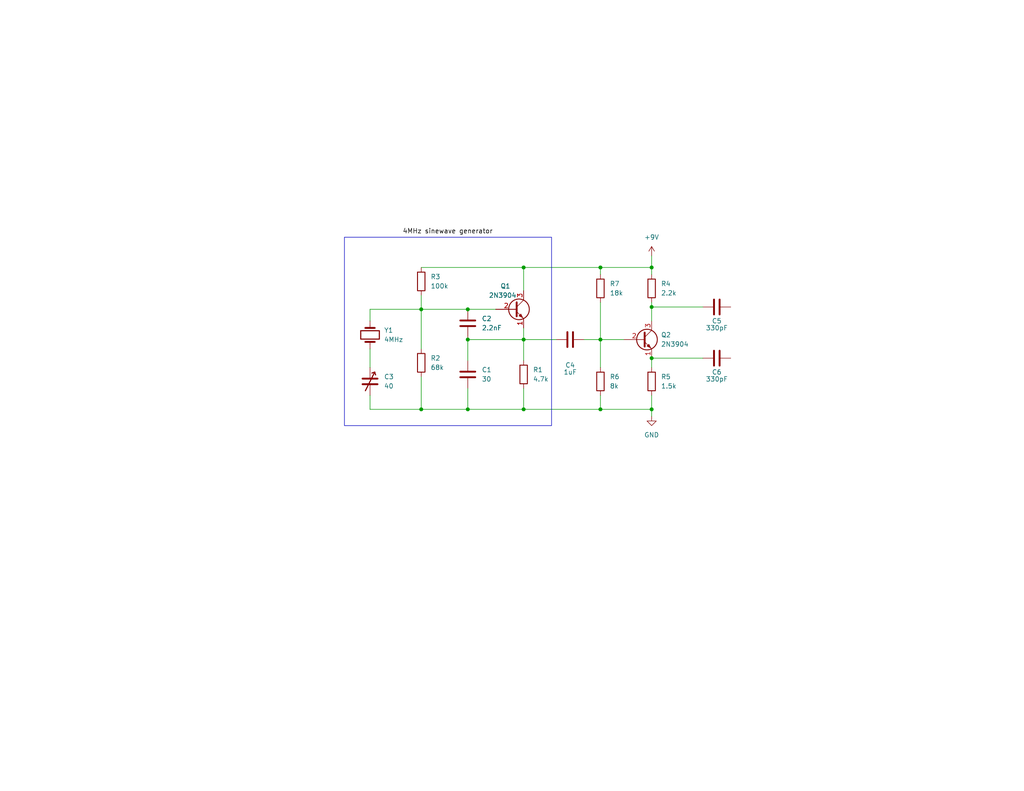
<source format=kicad_sch>
(kicad_sch (version 20230121) (generator eeschema)
  (paper "USLetter")
  (lib_symbols
    (symbol "Device:C" (pin_numbers hide) (pin_names (offset 0.254))
      (property "Reference" "C" (at 0.635 2.54 0))
      (property "Value" "C" (at 0.635 -2.54 0))
      (symbol "C_0_1"
        (polyline (pts (xy -2.032 -0.762) (xy 2.032 -0.762)) (stroke (width 0.508)))
        (polyline (pts (xy -2.032 0.762) (xy 2.032 0.762)) (stroke (width 0.508)))
      )
      (symbol "C_1_1"
        (pin passive line (at 0 3.81 270) (length 2.794) (name "~") (number "1"))
        (pin passive line (at 0 -3.81 90) (length 2.794) (name "~") (number "2"))
      )
    )
    (symbol "Device:C_Variable" (pin_numbers hide) (pin_names (offset 0.254) hide)
      (property "Reference" "C" (at 0.635 -1.905 0))
      (property "Value" "C_Variable" (at 0.635 -3.81 0))
      (symbol "C_Variable_0_1"
        (polyline (pts (xy -2.032 -0.762) (xy 2.032 -0.762)) (stroke (width 0.508)))
        (polyline (pts (xy -2.032 0.762) (xy 2.032 0.762)) (stroke (width 0.508)))
        (polyline (pts (xy 1.27 2.54) (xy -1.27 -2.54)) (stroke (width 0.3048)))
        (polyline (pts (xy 1.27 2.54) (xy 0.508 2.286)) (stroke (width 0.3048)))
        (polyline (pts (xy 1.27 2.54) (xy 1.524 1.778)) (stroke (width 0.3048)))
      )
      (symbol "C_Variable_1_1"
        (pin passive line (at 0 3.81 270) (length 3.048) (name "~") (number "1"))
        (pin passive line (at 0 -3.81 90) (length 3.048) (name "~") (number "2"))
      )
    )
    (symbol "Device:Crystal" (pin_numbers hide) (pin_names (offset 1.016) hide)
      (property "Reference" "Y" (at 0 3.81 0))
      (property "Value" "Crystal" (at 0 -3.81 0))
      (symbol "Crystal_0_1"
        (rectangle (start -1.143 2.54) (end 1.143 -2.54) (stroke (width 0.3048)))
        (polyline (pts (xy -2.54 0) (xy -1.905 0)))
        (polyline (pts (xy -1.905 -1.27) (xy -1.905 1.27)) (stroke (width 0.508)))
        (polyline (pts (xy 1.905 -1.27) (xy 1.905 1.27)) (stroke (width 0.508)))
        (polyline (pts (xy 2.54 0) (xy 1.905 0)))
      )
      (symbol "Crystal_1_1"
        (pin passive line (at -3.81 0 0) (length 1.27) (name "1") (number "1"))
        (pin passive line (at 3.81 0 180) (length 1.27) (name "2") (number "2"))
      )
    )
    (symbol "Device:R" (pin_numbers hide) (pin_names (offset 0))
      (property "Reference" "R" (at 2.032 0 90))
      (property "Value" "R" (at 0 0 90))
      (symbol "R_0_1"
        (rectangle (start -1.016 -2.54) (end 1.016 2.54) (stroke (width 0.254)))
      )
      (symbol "R_1_1"
        (pin passive line (at 0 3.81 270) (length 1.27) (name "~") (number "1"))
        (pin passive line (at 0 -3.81 90) (length 1.27) (name "~") (number "2"))
      )
    )
    (symbol "Transistor_BJT:2N3904" (pin_names (offset 0) hide)
      (property "Reference" "Q" (at 5.08 1.905 0))
      (property "Value" "2N3904" (at 5.08 0 0))
      (symbol "2N3904_0_1"
        (polyline (pts (xy 0.635 0.635) (xy 2.54 2.54)))
        (polyline (pts (xy 0.635 -0.635) (xy 2.54 -2.54) (xy 2.54 -2.54)))
        (polyline (pts (xy 0.635 1.905) (xy 0.635 -1.905) (xy 0.635 -1.905)) (stroke (width 0.508)))
        (polyline (pts (xy 1.27 -1.778) (xy 1.778 -1.27) (xy 2.286 -2.286) (xy 1.27 -1.778) (xy 1.27 -1.778)) (fill (type outline)))
        (circle (center 1.27 0) (radius 2.8194) (stroke (width 0.254)))
      )
      (symbol "2N3904_1_1"
        (pin passive line (at 2.54 -5.08 90) (length 2.54) (name "E") (number "1"))
        (pin passive line (at -5.08 0 0) (length 5.715) (name "B") (number "2"))
        (pin passive line (at 2.54 5.08 270) (length 2.54) (name "C") (number "3"))
      )
    )
    (symbol "power:+9V" (power) (pin_names (offset 0))
      (property "Value" "+9V" (at 0 3.556 0))
      (symbol "+9V_0_1"
        (polyline (pts (xy -0.762 1.27) (xy 0 2.54)))
        (polyline (pts (xy 0 0) (xy 0 2.54)))
        (polyline (pts (xy 0 2.54) (xy 0.762 1.27)))
      )
      (symbol "+9V_1_1"
        (pin power_in line (at 0 0 90) (length 0) hide (name "+9V") (number "1"))
      )
    )
    (symbol "power:GND" (power) (pin_names (offset 0))
      (property "Value" "GND" (at 0 -3.81 0))
      (symbol "GND_0_1"
        (polyline (pts (xy 0 0) (xy 0 -1.27) (xy 1.27 -1.27) (xy 0 -2.54) (xy -1.27 -1.27) (xy 0 -1.27)))
      )
      (symbol "GND_1_1"
        (pin power_in line (at 0 0 270) (length 0) hide (name "GND") (number "1"))
      )
    )
  )
  (junction (at 127.635 84.455))
  (junction (at 177.8 83.82))
  (junction (at 177.8 97.79))
  (junction (at 127.635 111.76))
  (junction (at 142.875 92.71))
  (junction (at 127.635 92.71))
  (junction (at 163.83 73.025))
  (junction (at 163.83 92.71))
  (junction (at 177.8 73.025))
  (junction (at 114.935 84.455))
  (junction (at 177.8 111.76))
  (junction (at 142.875 111.76))
  (junction (at 163.83 111.76))
  (junction (at 114.935 111.76))
  (junction (at 142.875 73.025))
  (wire (pts (xy 163.83 111.76) (xy 142.875 111.76)))
  (wire (pts (xy 163.83 107.95) (xy 163.83 111.76)))
  (wire (pts (xy 177.8 69.85) (xy 177.8 73.025)))
  (wire (pts (xy 100.965 111.76) (xy 114.935 111.76)))
  (wire (pts (xy 142.875 92.71) (xy 142.875 98.425)))
  (wire (pts (xy 127.635 84.455) (xy 135.255 84.455)))
  (wire (pts (xy 142.875 73.025) (xy 163.83 73.025)))
  (wire (pts (xy 142.875 89.535) (xy 142.875 92.71)))
  (wire (pts (xy 127.635 92.71) (xy 127.635 98.425)))
  (wire (pts (xy 159.385 92.71) (xy 163.83 92.71)))
  (wire (pts (xy 100.965 84.455) (xy 114.935 84.455)))
  (wire (pts (xy 142.875 73.025) (xy 142.875 79.375)))
  (wire (pts (xy 163.83 82.55) (xy 163.83 92.71)))
  (wire (pts (xy 114.935 80.645) (xy 114.935 84.455)))
  (wire (pts (xy 100.965 95.25) (xy 100.965 100.33)))
  (wire (pts (xy 114.935 84.455) (xy 114.935 95.25)))
  (wire (pts (xy 142.875 92.71) (xy 151.765 92.71)))
  (wire (pts (xy 163.83 73.025) (xy 163.83 74.93)))
  (wire (pts (xy 100.965 107.95) (xy 100.965 111.76)))
  (wire (pts (xy 177.8 97.79) (xy 191.77 97.79)))
  (wire (pts (xy 177.8 83.82) (xy 191.77 83.82)))
  (wire (pts (xy 177.8 73.025) (xy 177.8 74.93)))
  (wire (pts (xy 177.8 97.79) (xy 177.8 100.33)))
  (wire (pts (xy 114.935 84.455) (xy 127.635 84.455)))
  (wire (pts (xy 177.8 111.76) (xy 163.83 111.76)))
  (wire (pts (xy 114.935 102.87) (xy 114.935 111.76)))
  (wire (pts (xy 142.875 106.045) (xy 142.875 111.76)))
  (wire (pts (xy 163.83 92.71) (xy 163.83 100.33)))
  (wire (pts (xy 100.965 87.63) (xy 100.965 84.455)))
  (wire (pts (xy 177.8 83.82) (xy 177.8 87.63)))
  (wire (pts (xy 177.8 113.665) (xy 177.8 111.76)))
  (wire (pts (xy 127.635 111.76) (xy 142.875 111.76)))
  (wire (pts (xy 127.635 92.075) (xy 127.635 92.71)))
  (wire (pts (xy 163.83 73.025) (xy 177.8 73.025)))
  (wire (pts (xy 114.935 73.025) (xy 142.875 73.025)))
  (wire (pts (xy 127.635 92.71) (xy 142.875 92.71)))
  (wire (pts (xy 114.935 111.76) (xy 127.635 111.76)))
  (wire (pts (xy 177.8 107.95) (xy 177.8 111.76)))
  (wire (pts (xy 177.8 82.55) (xy 177.8 83.82)))
  (wire (pts (xy 163.83 92.71) (xy 170.18 92.71)))
  (wire (pts (xy 127.635 106.045) (xy 127.635 111.76)))
  (rectangle (start 93.98 64.77) (end 150.495 116.205))
  (label "4MHz sinewave generator" (at 109.855 64.135 0))
  (symbol (lib_id "Device:R") (at 114.935 99.06 0) (unit 1)
    (property "Reference" "R2" (at 117.475 97.79 0) (effects (justify left)))
    (property "Value" "68k" (at 117.475 100.33 0) (effects (justify left)))
  )
  (symbol (lib_id "Transistor_BJT:2N3904") (at 175.26 92.71 0) (unit 1)
    (property "Reference" "Q2" (at 180.34 91.44 0) (effects (justify left)))
    (property "Value" "2N3904" (at 180.34 93.98 0) (effects (justify left)))
    (property "Footprint" "Package_TO_SOT_THT:TO-92_Inline" (effects hide))
    (property "Datasheet" "https://www.onsemi.com/pub/Collateral/2N3903-D.PDF" (effects hide))
  )
  (symbol (lib_id "Device:R") (at 177.8 78.74 0) (unit 1)
    (property "Reference" "R4" (at 180.34 77.47 0) (effects (justify left)))
    (property "Value" "2.2k" (at 180.34 80.01 0) (effects (justify left)))
  )
  (symbol (lib_id "power:GND") (at 177.8 113.665 0) (unit 1)
    (property "Reference" "#PWR01" (effects hide))
    (property "Value" "GND" (at 177.8 118.745 0))
  )
  (symbol (lib_id "Device:R") (at 114.935 76.835 0) (unit 1)
    (property "Reference" "R3" (at 117.475 75.565 0) (effects (justify left)))
    (property "Value" "100k" (at 117.475 78.105 0) (effects (justify left)))
  )
  (symbol (lib_id "Device:C") (at 195.58 97.79 90) (unit 1)
    (property "Reference" "C6" (at 195.58 101.6 90))
    (property "Value" "330pF" (at 195.58 103.505 90))
  )
  (symbol (lib_id "Transistor_BJT:2N3904") (at 140.335 84.455 0) (unit 1)
    (property "Reference" "Q1" (at 136.525 78.105 0) (effects (justify left)))
    (property "Value" "2N3904" (at 133.35 80.645 0) (effects (justify left)))
    (property "Footprint" "Package_TO_SOT_THT:TO-92_Inline" (effects hide))
    (property "Datasheet" "https://www.onsemi.com/pub/Collateral/2N3903-D.PDF" (effects hide))
  )
  (symbol (lib_id "Device:C") (at 155.575 92.71 90) (unit 1)
    (property "Reference" "C4" (at 155.575 99.695 90))
    (property "Value" "1uF" (at 155.575 101.6 90))
  )
  (symbol (lib_id "power:+9V") (at 177.8 69.85 0) (unit 1)
    (property "Reference" "#PWR02" (effects hide))
    (property "Value" "+9V" (at 177.8 64.77 0))
  )
  (symbol (lib_id "Device:C_Variable") (at 100.965 104.14 0) (unit 1)
    (property "Reference" "C3" (at 104.775 102.87 0) (effects (justify left)))
    (property "Value" "40" (at 104.775 105.41 0) (effects (justify left)))
  )
  (symbol (lib_id "Device:R") (at 142.875 102.235 0) (unit 1)
    (property "Reference" "R1" (at 145.415 100.965 0) (effects (justify left)))
    (property "Value" "4.7k" (at 145.415 103.505 0) (effects (justify left)))
  )
  (symbol (lib_id "Device:R") (at 177.8 104.14 0) (unit 1)
    (property "Reference" "R5" (at 180.34 102.87 0) (effects (justify left)))
    (property "Value" "1.5k" (at 180.34 105.41 0) (effects (justify left)))
  )
  (symbol (lib_id "Device:R") (at 163.83 78.74 0) (unit 1)
    (property "Reference" "R7" (at 166.37 77.47 0) (effects (justify left)))
    (property "Value" "18k" (at 166.37 80.01 0) (effects (justify left)))
  )
  (symbol (lib_id "Device:C") (at 127.635 88.265 0) (unit 1)
    (property "Reference" "C2" (at 131.445 86.995 0) (effects (justify left)))
    (property "Value" "2.2nF" (at 131.445 89.535 0) (effects (justify left)))
  )
  (symbol (lib_id "Device:C") (at 195.58 83.82 90) (unit 1)
    (property "Reference" "C5" (at 195.58 87.63 90))
    (property "Value" "330pF" (at 195.58 89.535 90))
  )
  (symbol (lib_id "Device:R") (at 163.83 104.14 0) (unit 1)
    (property "Reference" "R6" (at 166.37 102.87 0) (effects (justify left)))
    (property "Value" "8k" (at 166.37 105.41 0) (effects (justify left)))
  )
  (symbol (lib_id "Device:C") (at 127.635 102.235 0) (unit 1)
    (property "Reference" "C1" (at 131.445 100.965 0) (effects (justify left)))
    (property "Value" "30" (at 131.445 103.505 0) (effects (justify left)))
  )
  (symbol (lib_id "Device:Crystal") (at 100.965 91.44 90) (unit 1)
    (property "Reference" "Y1" (at 104.775 90.17 90) (effects (justify right)))
    (property "Value" "4MHz" (at 104.775 92.71 90) (effects (justify right)))
  )
)
</source>
